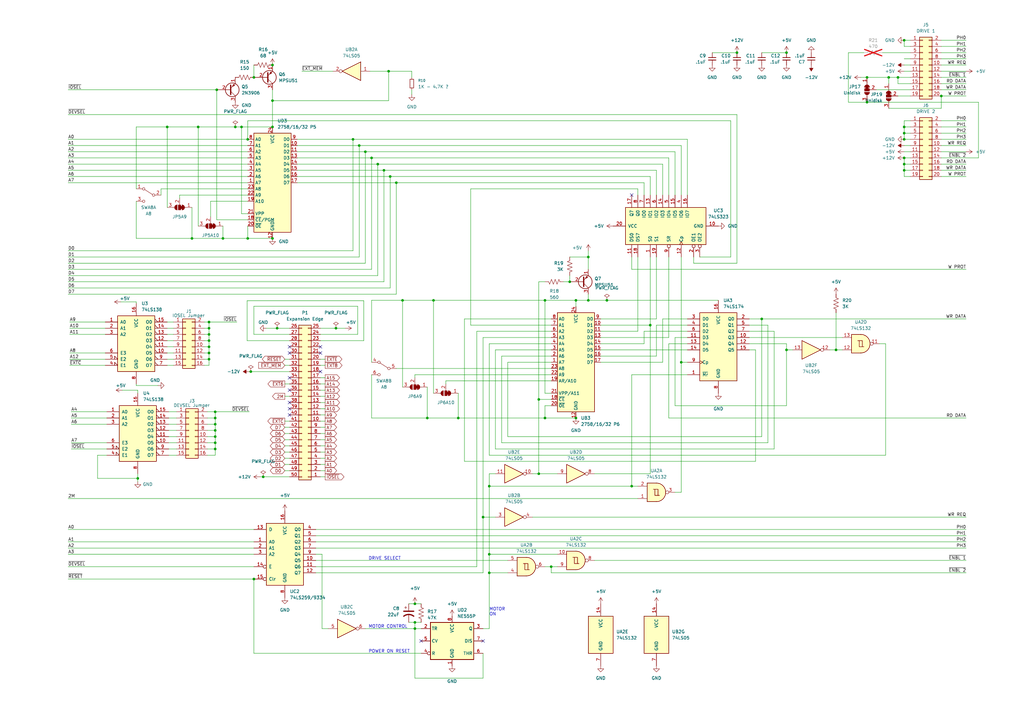
<source format=kicad_sch>
(kicad_sch
	(version 20250114)
	(generator "eeschema")
	(generator_version "9.0")
	(uuid "8d29f76a-632b-4d71-951f-82f85a7a70e9")
	(paper "A3")
	
	(text "DRIVE SELECT"
		(exclude_from_sim no)
		(at 151.13 229.87 0)
		(effects
			(font
				(size 1.27 1.27)
			)
			(justify left bottom)
		)
		(uuid "32096c80-1d98-4ed0-8b17-2c750151b76c")
	)
	(text "MOTOR CONTROL"
		(exclude_from_sim no)
		(at 151.13 257.81 0)
		(effects
			(font
				(size 1.27 1.27)
			)
			(justify left bottom)
		)
		(uuid "b6ef62f4-c465-4c3c-acae-af238f4f26b2")
	)
	(text "POWER ON RESET"
		(exclude_from_sim no)
		(at 151.13 267.97 0)
		(effects
			(font
				(size 1.27 1.27)
			)
			(justify left bottom)
		)
		(uuid "dc85ec82-107c-4516-8ee4-ef92570893f2")
	)
	(text "MOTOR\nON"
		(exclude_from_sim no)
		(at 200.66 252.73 0)
		(effects
			(font
				(size 1.27 1.27)
			)
			(justify left bottom)
		)
		(uuid "f1de4597-caac-4049-8722-f6b4249c5637")
	)
	(junction
		(at 266.7 133.35)
		(diameter 0)
		(color 0 0 0 0)
		(uuid "0a7b412f-70cb-4bdd-ac90-37c18fe81247")
	)
	(junction
		(at 113.665 134.62)
		(diameter 0)
		(color 0 0 0 0)
		(uuid "0d70563e-f092-45cc-a046-356b7b533eae")
	)
	(junction
		(at 175.26 171.45)
		(diameter 0)
		(color 0 0 0 0)
		(uuid "0fcd1b19-a0e9-41d2-b72f-544f1d650623")
	)
	(junction
		(at 85.725 144.78)
		(diameter 0)
		(color 0 0 0 0)
		(uuid "15605a0c-cf96-43bb-bf76-4c3d136378e6")
	)
	(junction
		(at 154.94 67.31)
		(diameter 0)
		(color 0 0 0 0)
		(uuid "174afd7a-5b30-4171-8533-4dc904539037")
	)
	(junction
		(at 85.725 142.24)
		(diameter 0)
		(color 0 0 0 0)
		(uuid "1d4718a5-778a-4c3f-af8e-520b4e244b5b")
	)
	(junction
		(at 88.265 184.15)
		(diameter 0)
		(color 0 0 0 0)
		(uuid "1e542cfd-ea36-43ee-93f7-7150fc86a6b4")
	)
	(junction
		(at 368.3 31.75)
		(diameter 0)
		(color 0 0 0 0)
		(uuid "1e8fbe2b-8679-4f6a-aaab-41b5049b065b")
	)
	(junction
		(at 386.08 39.37)
		(diameter 0)
		(color 0 0 0 0)
		(uuid "1ea8a149-4aba-4853-bb4c-0394837ed622")
	)
	(junction
		(at 200.66 227.33)
		(diameter 0)
		(color 0 0 0 0)
		(uuid "21deab9e-fe49-40f1-b271-ad9e3c1158a7")
	)
	(junction
		(at 152.4 64.77)
		(diameter 0)
		(color 0 0 0 0)
		(uuid "23c0d917-71d7-4438-8bd4-19f7224e11ae")
	)
	(junction
		(at 111.76 26.67)
		(diameter 0)
		(color 0 0 0 0)
		(uuid "24ae30da-6668-4462-9593-f855598d17c5")
	)
	(junction
		(at 159.385 29.21)
		(diameter 0)
		(color 0 0 0 0)
		(uuid "27b08bf3-8111-4a1b-96e8-87c4fc51cf03")
	)
	(junction
		(at 88.265 179.07)
		(diameter 0)
		(color 0 0 0 0)
		(uuid "2c34ae5a-d1be-4bcf-bebe-ffa670279c84")
	)
	(junction
		(at 241.3 105.41)
		(diameter 0)
		(color 0 0 0 0)
		(uuid "2fbcbfb6-89ff-44c4-b8ab-a14cc42ccb95")
	)
	(junction
		(at 177.8 123.19)
		(diameter 0)
		(color 0 0 0 0)
		(uuid "2fbe639f-423f-406d-b3a5-bf37d891e6a4")
	)
	(junction
		(at 88.265 168.91)
		(diameter 0)
		(color 0 0 0 0)
		(uuid "32efc713-6beb-4516-a51d-843417bc84fd")
	)
	(junction
		(at 88.265 176.53)
		(diameter 0)
		(color 0 0 0 0)
		(uuid "3cd3a86d-dd12-4db6-88c3-bb7512f569e8")
	)
	(junction
		(at 370.84 57.15)
		(diameter 0)
		(color 0 0 0 0)
		(uuid "40c57ef4-872a-4933-bfac-3fad98a7faeb")
	)
	(junction
		(at 248.92 123.19)
		(diameter 0)
		(color 0 0 0 0)
		(uuid "411117a2-cbb1-4f78-ac10-4506435da1cc")
	)
	(junction
		(at 101.6 57.15)
		(diameter 0)
		(color 0 0 0 0)
		(uuid "41490d00-bf2b-41c9-8570-893e3a050086")
	)
	(junction
		(at 56.515 196.215)
		(diameter 0)
		(color 0 0 0 0)
		(uuid "4474fbc5-95c0-46eb-be76-03f928b7ae21")
	)
	(junction
		(at 302.26 21.59)
		(diameter 0)
		(color 0 0 0 0)
		(uuid "463c12d8-e767-4dd8-97c0-cdb283823d10")
	)
	(junction
		(at 104.14 31.75)
		(diameter 0)
		(color 0 0 0 0)
		(uuid "4bc06c22-eb67-45fd-9da3-57a1307506be")
	)
	(junction
		(at 259.08 199.39)
		(diameter 0)
		(color 0 0 0 0)
		(uuid "4d1bf63f-0fa7-41aa-b85c-9f91e7e3a330")
	)
	(junction
		(at 96.52 52.07)
		(diameter 0)
		(color 0 0 0 0)
		(uuid "4ea56df4-f417-4848-8201-f6810e33b182")
	)
	(junction
		(at 322.58 21.59)
		(diameter 0)
		(color 0 0 0 0)
		(uuid "5050a3d7-cc2e-41dc-a3ff-0ef2e03614ae")
	)
	(junction
		(at 88.265 171.45)
		(diameter 0)
		(color 0 0 0 0)
		(uuid "528db227-f1ec-48a4-84f3-957e6a0e2945")
	)
	(junction
		(at 85.725 137.16)
		(diameter 0)
		(color 0 0 0 0)
		(uuid "567b4917-422e-4da3-896c-e3f1f7b69bc9")
	)
	(junction
		(at 160.02 72.39)
		(diameter 0)
		(color 0 0 0 0)
		(uuid "56dc71d9-a5e0-49e7-86b9-93d541d2b554")
	)
	(junction
		(at 370.84 16.51)
		(diameter 0)
		(color 0 0 0 0)
		(uuid "5d0ce87b-48fa-46aa-8a28-60ec56664695")
	)
	(junction
		(at 88.265 181.61)
		(diameter 0)
		(color 0 0 0 0)
		(uuid "5f72fc10-b556-4014-a2dc-4c1edea61bbb")
	)
	(junction
		(at 88.265 173.99)
		(diameter 0)
		(color 0 0 0 0)
		(uuid "6beb30db-72de-42e8-a0d7-1b562182385d")
	)
	(junction
		(at 220.98 194.31)
		(diameter 0)
		(color 0 0 0 0)
		(uuid "6c2f69b3-9b7c-434c-bb20-a6baea35c014")
	)
	(junction
		(at 162.56 74.93)
		(diameter 0)
		(color 0 0 0 0)
		(uuid "7000f708-bf17-46b1-bc30-a23ef27993a3")
	)
	(junction
		(at 102.87 152.4)
		(diameter 0)
		(color 0 0 0 0)
		(uuid "73168b4e-2496-40f1-8c4e-8403ce5a783a")
	)
	(junction
		(at 104.14 237.49)
		(diameter 0)
		(color 0 0 0 0)
		(uuid "73b75c6b-0481-4c40-949d-c5403ad081db")
	)
	(junction
		(at 223.52 171.45)
		(diameter 0)
		(color 0 0 0 0)
		(uuid "74ce27dd-9302-47bd-9530-c0089a1ffdd7")
	)
	(junction
		(at 223.52 123.19)
		(diameter 0)
		(color 0 0 0 0)
		(uuid "765d1403-fae0-4f23-849a-ea42aa11bdd6")
	)
	(junction
		(at 370.84 54.61)
		(diameter 0)
		(color 0 0 0 0)
		(uuid "786a55f6-f68a-4747-9143-eb9c21ad29f8")
	)
	(junction
		(at 241.3 123.19)
		(diameter 0)
		(color 0 0 0 0)
		(uuid "813bc9ac-6aff-4f98-8f32-f441000ea493")
	)
	(junction
		(at 85.725 132.08)
		(diameter 0)
		(color 0 0 0 0)
		(uuid "83915695-10b4-4375-96ca-404e57c38876")
	)
	(junction
		(at 279.4 148.59)
		(diameter 0)
		(color 0 0 0 0)
		(uuid "87a0eb59-2dce-441c-9dd8-c0e92ab69b80")
	)
	(junction
		(at 236.22 171.45)
		(diameter 0)
		(color 0 0 0 0)
		(uuid "87ab83de-161e-4d4e-95e6-304ff7d02787")
	)
	(junction
		(at 144.78 57.15)
		(diameter 0)
		(color 0 0 0 0)
		(uuid "899dd8f2-4df5-4660-ac1e-9eeed4411b7a")
	)
	(junction
		(at 81.28 52.07)
		(diameter 0)
		(color 0 0 0 0)
		(uuid "8a5fe1fe-5087-45aa-8e51-87a7292d2246")
	)
	(junction
		(at 198.12 212.09)
		(diameter 0)
		(color 0 0 0 0)
		(uuid "8e5d7652-5f57-4b05-a03e-7724a43fa613")
	)
	(junction
		(at 322.58 143.51)
		(diameter 0)
		(color 0 0 0 0)
		(uuid "9072744a-3983-4bde-8321-c7b4fbdcaee0")
	)
	(junction
		(at 147.32 59.69)
		(diameter 0)
		(color 0 0 0 0)
		(uuid "91bfc7ac-b24b-45dd-9100-0ca1856e36ad")
	)
	(junction
		(at 170.18 257.81)
		(diameter 0)
		(color 0 0 0 0)
		(uuid "94683f4a-bad4-4ca4-aec8-1e76d7911546")
	)
	(junction
		(at 233.68 115.57)
		(diameter 0)
		(color 0 0 0 0)
		(uuid "960f177e-a94f-4186-ae24-ce84e7b90ce2")
	)
	(junction
		(at 170.18 255.27)
		(diameter 0)
		(color 0 0 0 0)
		(uuid "9689360c-62f4-4ccd-928a-0354a8b12062")
	)
	(junction
		(at 170.18 247.65)
		(diameter 0)
		(color 0 0 0 0)
		(uuid "98f039f2-3a30-409f-8e2f-7f3bd469c43e")
	)
	(junction
		(at 370.84 52.07)
		(diameter 0)
		(color 0 0 0 0)
		(uuid "9a860088-5b1b-4997-b300-ff2cfa89e410")
	)
	(junction
		(at 111.76 97.79)
		(diameter 0)
		(color 0 0 0 0)
		(uuid "9ae384fc-fdf9-41f9-b645-1dc7373d25ad")
	)
	(junction
		(at 220.98 163.83)
		(diameter 0)
		(color 0 0 0 0)
		(uuid "a1539d1c-64c7-4e6f-8a9c-97c280e75a99")
	)
	(junction
		(at 91.44 97.79)
		(diameter 0)
		(color 0 0 0 0)
		(uuid "a496058c-11e8-4c49-9ba2-541d628ccc83")
	)
	(junction
		(at 85.725 134.62)
		(diameter 0)
		(color 0 0 0 0)
		(uuid "a83d4110-ac2d-4f84-be37-09b66f571eb9")
	)
	(junction
		(at 370.84 67.31)
		(diameter 0)
		(color 0 0 0 0)
		(uuid "a8b53387-bb5e-4160-878a-021b66310ef4")
	)
	(junction
		(at 111.76 41.275)
		(diameter 0)
		(color 0 0 0 0)
		(uuid "aa1ed054-f711-417c-8905-992984459449")
	)
	(junction
		(at 88.9 36.83)
		(diameter 0)
		(color 0 0 0 0)
		(uuid "aa8fb7e6-99cf-47d0-8987-dd0143778620")
	)
	(junction
		(at 85.725 147.32)
		(diameter 0)
		(color 0 0 0 0)
		(uuid "b1fa9f39-1a4a-4822-9751-a1f130395fdb")
	)
	(junction
		(at 99.06 52.07)
		(diameter 0)
		(color 0 0 0 0)
		(uuid "b2ff2def-14de-48ba-8110-eb4cb624b38c")
	)
	(junction
		(at 85.725 139.7)
		(diameter 0)
		(color 0 0 0 0)
		(uuid "b39130d2-2e46-4427-8a0f-d53c56f819d3")
	)
	(junction
		(at 200.66 199.39)
		(diameter 0)
		(color 0 0 0 0)
		(uuid "b3d6d337-68bb-4836-b7fe-89e885bcad7c")
	)
	(junction
		(at 107.95 195.58)
		(diameter 0)
		(color 0 0 0 0)
		(uuid "b43531cc-d855-47bf-9fda-9f8d05b34154")
	)
	(junction
		(at 101.6 97.79)
		(diameter 0)
		(color 0 0 0 0)
		(uuid "b49058d0-5538-4ff9-9615-3e72a31f14f9")
	)
	(junction
		(at 370.84 64.77)
		(diameter 0)
		(color 0 0 0 0)
		(uuid "b6c465a5-bb87-454a-97c7-05467e0dccf6")
	)
	(junction
		(at 149.86 62.23)
		(diameter 0)
		(color 0 0 0 0)
		(uuid "b8c0cac6-e41d-4ad9-8692-ae4f60578191")
	)
	(junction
		(at 200.66 234.95)
		(diameter 0)
		(color 0 0 0 0)
		(uuid "bf10109e-476a-4edb-af39-68c09c46d515")
	)
	(junction
		(at 187.96 171.45)
		(diameter 0)
		(color 0 0 0 0)
		(uuid "c08062d7-1b78-4587-b25a-178cfd6e8359")
	)
	(junction
		(at 78.74 97.79)
		(diameter 0)
		(color 0 0 0 0)
		(uuid "c5926a69-f06e-4f6d-86e5-e27244818dcb")
	)
	(junction
		(at 111.76 52.07)
		(diameter 0)
		(color 0 0 0 0)
		(uuid "d035aa51-7c9d-4be1-b086-3c9e1ecbf527")
	)
	(junction
		(at 157.48 69.85)
		(diameter 0)
		(color 0 0 0 0)
		(uuid "d571a6a5-f2b5-4390-ba89-7dacb45f3696")
	)
	(junction
		(at 165.1 123.19)
		(diameter 0)
		(color 0 0 0 0)
		(uuid "df6e76e0-121d-4bfb-882d-7e2eb0e220e9")
	)
	(junction
		(at 355.6 31.75)
		(diameter 0)
		(color 0 0 0 0)
		(uuid "e148e5c5-24ad-4f9f-95ae-ac7f40a64813")
	)
	(junction
		(at 342.9 143.51)
		(diameter 0)
		(color 0 0 0 0)
		(uuid "e2416487-9682-4e25-b69e-39b86bcb6212")
	)
	(junction
		(at 137.795 134.62)
		(diameter 0)
		(color 0 0 0 0)
		(uuid "e76ea7fc-527b-4625-91f4-3cce4c59b318")
	)
	(junction
		(at 236.22 123.19)
		(diameter 0)
		(color 0 0 0 0)
		(uuid "e7b57ddc-28e9-4fe3-beee-f7ac91049199")
	)
	(junction
		(at 370.84 69.85)
		(diameter 0)
		(color 0 0 0 0)
		(uuid "e842378a-2f4b-489f-9cb1-df531ab6638b")
	)
	(junction
		(at 312.42 130.81)
		(diameter 0)
		(color 0 0 0 0)
		(uuid "ec467555-1589-4c66-b85c-290dc8c684e7")
	)
	(junction
		(at 226.06 232.41)
		(diameter 0)
		(color 0 0 0 0)
		(uuid "f7d6edbc-0cf0-400c-bdd8-390463e62a6f")
	)
	(junction
		(at 364.49 31.75)
		(diameter 0)
		(color 0 0 0 0)
		(uuid "f866dbb5-de03-4d6d-a840-f4944249ed73")
	)
	(junction
		(at 68.58 52.07)
		(diameter 0)
		(color 0 0 0 0)
		(uuid "fab98af7-d721-4fde-9400-8cf4cb5e940a")
	)
	(junction
		(at 355.6 41.91)
		(diameter 0)
		(color 0 0 0 0)
		(uuid "fe2cb73c-c9d3-40ab-a3af-645fc2e660d9")
	)
	(no_connect
		(at 131.445 142.24)
		(uuid "09cb5ca2-f037-4767-bd4d-094c054413ca")
	)
	(no_connect
		(at 118.745 144.78)
		(uuid "0c808b20-1ba0-487f-bde6-631fcdf86992")
	)
	(no_connect
		(at 172.72 262.89)
		(uuid "24ce83df-adc7-49b1-8de5-59140a6a241c")
	)
	(no_connect
		(at 259.08 80.01)
		(uuid "3801ac87-4c62-4d90-bb89-bd02a827a7a2")
	)
	(no_connect
		(at 118.745 167.64)
		(uuid "3df9b39c-f7bd-4e28-98f6-f2a8b555dccf")
	)
	(no_connect
		(at 118.745 165.1)
		(uuid "5ea4b0f4-536a-4279-ac4c-04203f194641")
	)
	(no_connect
		(at 131.445 144.78)
		(uuid "74c89753-aa43-46ac-82d6-f1c8035f7dc9")
	)
	(no_connect
		(at 198.12 262.89)
		(uuid "76bde493-9706-455b-a7ea-a279cace855f")
	)
	(no_connect
		(at 118.745 160.02)
		(uuid "7f40a9b2-6015-430a-bf2e-e9397fb5675f")
	)
	(no_connect
		(at 118.745 142.24)
		(uuid "845f3c28-3ea3-4169-9f2b-9dd6d4e7a7f3")
	)
	(no_connect
		(at 131.445 152.4)
		(uuid "a65c5215-f32e-4281-a70d-d2e04994f325")
	)
	(no_connect
		(at 118.745 170.18)
		(uuid "cc97dbf1-a437-4548-ac8f-50dfd2b59e4a")
	)
	(no_connect
		(at 118.745 154.94)
		(uuid "dfa21c67-ce2b-471f-aa3e-6773bee1e862")
	)
	(wire
		(pts
			(xy 322.58 140.97) (xy 322.58 143.51)
		)
		(stroke
			(width 0)
			(type default)
		)
		(uuid "002fd2d7-be66-4a87-8e49-65dcdd3be486")
	)
	(wire
		(pts
			(xy 386.08 44.45) (xy 386.08 39.37)
		)
		(stroke
			(width 0)
			(type default)
		)
		(uuid "005520ab-aa54-434d-95d0-10b1cd21ee1c")
	)
	(wire
		(pts
			(xy 85.725 132.08) (xy 85.725 134.62)
		)
		(stroke
			(width 0)
			(type default)
		)
		(uuid "00a94d22-003f-40ec-845f-c4453633bc53")
	)
	(wire
		(pts
			(xy 56.515 194.31) (xy 56.515 196.215)
		)
		(stroke
			(width 0)
			(type default)
		)
		(uuid "010d2632-ed4a-42a1-88c1-728d0e602dd6")
	)
	(wire
		(pts
			(xy 193.04 77.47) (xy 193.04 133.35)
		)
		(stroke
			(width 0)
			(type default)
		)
		(uuid "01cfb3cc-45cf-4443-824a-1ca7d2dfc72d")
	)
	(wire
		(pts
			(xy 170.18 257.81) (xy 172.72 257.81)
		)
		(stroke
			(width 0)
			(type default)
		)
		(uuid "02da0d16-3d12-46a4-9bc8-dac4689f99fc")
	)
	(wire
		(pts
			(xy 28.575 134.62) (xy 43.18 134.62)
		)
		(stroke
			(width 0)
			(type default)
		)
		(uuid "0372d352-2b15-4522-a99d-9b308d4b21f3")
	)
	(wire
		(pts
			(xy 236.22 123.19) (xy 236.22 125.73)
		)
		(stroke
			(width 0)
			(type default)
		)
		(uuid "03d3d3d3-e776-4c5d-a5f8-483f41545fa0")
	)
	(wire
		(pts
			(xy 276.86 62.23) (xy 276.86 80.01)
		)
		(stroke
			(width 0)
			(type default)
		)
		(uuid "040f556c-b731-474e-ba57-fe04d7580ff1")
	)
	(wire
		(pts
			(xy 203.2 184.15) (xy 317.5 184.15)
		)
		(stroke
			(width 0)
			(type default)
		)
		(uuid "0553e7ea-1d50-48ac-ac36-3cd63cd9aeea")
	)
	(wire
		(pts
			(xy 370.84 54.61) (xy 370.84 57.15)
		)
		(stroke
			(width 0)
			(type default)
		)
		(uuid "05fc52a7-2bcc-4649-8376-4c214b84bb97")
	)
	(wire
		(pts
			(xy 205.74 146.05) (xy 226.06 146.05)
		)
		(stroke
			(width 0)
			(type default)
		)
		(uuid "066d9bf1-cbb7-4a76-8a70-c98dcfc4f1de")
	)
	(wire
		(pts
			(xy 83.82 137.16) (xy 85.725 137.16)
		)
		(stroke
			(width 0)
			(type default)
		)
		(uuid "069b6b70-2781-406e-a655-e9752625b982")
	)
	(wire
		(pts
			(xy 78.74 85.09) (xy 78.74 97.79)
		)
		(stroke
			(width 0)
			(type default)
		)
		(uuid "0726f8eb-5360-4702-a303-81a63af9ea45")
	)
	(wire
		(pts
			(xy 104.14 125.603) (xy 104.14 137.16)
		)
		(stroke
			(width 0)
			(type default)
		)
		(uuid "07f2b615-5605-464c-80d8-11014832cdd0")
	)
	(wire
		(pts
			(xy 159.385 41.275) (xy 159.385 29.21)
		)
		(stroke
			(width 0)
			(type default)
		)
		(uuid "07f86f79-4086-4875-8ceb-b9ee61abd8d7")
	)
	(wire
		(pts
			(xy 129.54 229.87) (xy 208.28 229.87)
		)
		(stroke
			(width 0)
			(type default)
		)
		(uuid "07f89384-a348-4bbf-a28a-b33c80b0b3ed")
	)
	(wire
		(pts
			(xy 386.08 69.85) (xy 396.24 69.85)
		)
		(stroke
			(width 0)
			(type default)
		)
		(uuid "08362519-b1e4-4590-b4b6-c24b3a2cf7bb")
	)
	(wire
		(pts
			(xy 190.5 189.23) (xy 309.88 189.23)
		)
		(stroke
			(width 0)
			(type default)
		)
		(uuid "0a546a50-d10e-4e34-9f3b-20da1ac81caa")
	)
	(wire
		(pts
			(xy 226.06 234.95) (xy 396.24 234.95)
		)
		(stroke
			(width 0)
			(type default)
		)
		(uuid "0ae6ec9f-c2d0-41a1-90f4-0b58ed9f7c02")
	)
	(wire
		(pts
			(xy 121.92 67.31) (xy 154.94 67.31)
		)
		(stroke
			(width 0)
			(type default)
		)
		(uuid "0b9926af-65cd-4ea2-9312-fe7c9913ce8e")
	)
	(wire
		(pts
			(xy 83.82 139.7) (xy 85.725 139.7)
		)
		(stroke
			(width 0)
			(type default)
		)
		(uuid "0be18984-773f-49ef-a1ef-0ae3e40ae114")
	)
	(wire
		(pts
			(xy 246.38 133.35) (xy 266.7 133.35)
		)
		(stroke
			(width 0)
			(type default)
		)
		(uuid "0c7cadb5-6da1-4221-83d0-f0170aff118f")
	)
	(wire
		(pts
			(xy 131.445 185.42) (xy 133.35 185.42)
		)
		(stroke
			(width 0)
			(type default)
		)
		(uuid "0cd9d382-dd16-4687-ae20-27db55c4969f")
	)
	(wire
		(pts
			(xy 322.58 21.59) (xy 312.42 21.59)
		)
		(stroke
			(width 0)
			(type default)
		)
		(uuid "0eb99482-694f-4ff1-89fa-58ae1322d661")
	)
	(wire
		(pts
			(xy 29.21 173.99) (xy 43.815 173.99)
		)
		(stroke
			(width 0)
			(type default)
		)
		(uuid "0eeabcd7-348c-496c-bf89-9efee8011e76")
	)
	(wire
		(pts
			(xy 220.98 115.57) (xy 220.98 163.83)
		)
		(stroke
			(width 0)
			(type default)
		)
		(uuid "0fe8bb65-946b-4e9d-a4b7-45277f4d9e4f")
	)
	(wire
		(pts
			(xy 131.445 157.48) (xy 133.35 157.48)
		)
		(stroke
			(width 0)
			(type default)
		)
		(uuid "11530c3b-e92a-4222-8587-26beff227523")
	)
	(wire
		(pts
			(xy 85.725 144.78) (xy 85.725 147.32)
		)
		(stroke
			(width 0)
			(type default)
		)
		(uuid "11dd4137-c665-4866-85ed-f9fe8e15cd9c")
	)
	(wire
		(pts
			(xy 55.88 52.07) (xy 68.58 52.07)
		)
		(stroke
			(width 0)
			(type default)
		)
		(uuid "1237dfd1-bd08-4ab5-ae9d-8ce0490ec069")
	)
	(wire
		(pts
			(xy 146.685 125.603) (xy 104.14 125.603)
		)
		(stroke
			(width 0)
			(type default)
		)
		(uuid "12ae0546-56ce-4946-ae78-a3f728f0fec8")
	)
	(wire
		(pts
			(xy 81.28 52.07) (xy 96.52 52.07)
		)
		(stroke
			(width 0)
			(type default)
		)
		(uuid "13e67ec9-9ad5-4644-8c49-7b6377d1930e")
	)
	(wire
		(pts
			(xy 226.06 161.29) (xy 223.52 161.29)
		)
		(stroke
			(width 0)
			(type default)
		)
		(uuid "149baa04-afbc-442d-a24d-04fa0302b60f")
	)
	(wire
		(pts
			(xy 129.54 219.71) (xy 396.24 219.71)
		)
		(stroke
			(width 0)
			(type default)
		)
		(uuid "1509c567-c73b-47f2-8d0f-5f03d2c921cd")
	)
	(wire
		(pts
			(xy 101.346 139.7) (xy 118.745 139.7)
		)
		(stroke
			(width 0)
			(type default)
		)
		(uuid "151c7a5c-1632-4466-9a42-660310eb7d64")
	)
	(wire
		(pts
			(xy 68.58 85.09) (xy 68.58 52.07)
		)
		(stroke
			(width 0)
			(type default)
		)
		(uuid "152c7cc4-1ea8-41f6-b803-4d649a9ccdbb")
	)
	(wire
		(pts
			(xy 116.84 162.56) (xy 118.745 162.56)
		)
		(stroke
			(width 0)
			(type default)
		)
		(uuid "15b9b2c6-c334-4e36-8e4f-94f73fcd7630")
	)
	(wire
		(pts
			(xy 131.445 149.86) (xy 133.35 149.86)
		)
		(stroke
			(width 0)
			(type default)
		)
		(uuid "16401bde-830b-4199-83e6-9779a594a4d2")
	)
	(wire
		(pts
			(xy 116.84 187.96) (xy 118.745 187.96)
		)
		(stroke
			(width 0)
			(type default)
		)
		(uuid "17982d4b-6e11-43bc-b285-ce88a4c766c4")
	)
	(wire
		(pts
			(xy 223.52 171.45) (xy 223.52 166.37)
		)
		(stroke
			(width 0)
			(type default)
		)
		(uuid "17a59436-bf7f-49eb-83e7-c1eeb88a8e1e")
	)
	(wire
		(pts
			(xy 149.86 62.23) (xy 149.86 107.95)
		)
		(stroke
			(width 0)
			(type default)
		)
		(uuid "188d085c-7dae-4530-bce0-1bd1ae787617")
	)
	(wire
		(pts
			(xy 27.94 105.41) (xy 147.32 105.41)
		)
		(stroke
			(width 0)
			(type default)
		)
		(uuid "18bb29e6-bd56-4695-9c90-9d4b55326793")
	)
	(wire
		(pts
			(xy 162.56 74.93) (xy 162.56 120.65)
		)
		(stroke
			(width 0)
			(type default)
		)
		(uuid "19500551-9ab5-4760-9805-a118fda9c985")
	)
	(wire
		(pts
			(xy 55.88 97.79) (xy 78.74 97.79)
		)
		(stroke
			(width 0)
			(type default)
		)
		(uuid "19f3d89d-c064-4c43-aaaf-b3dc5601ceec")
	)
	(wire
		(pts
			(xy 137.795 134.62) (xy 141.605 134.62)
		)
		(stroke
			(width 0)
			(type default)
		)
		(uuid "1aba3dc2-049b-4e21-8ae3-c106f809e894")
	)
	(wire
		(pts
			(xy 299.72 105.41) (xy 287.02 105.41)
		)
		(stroke
			(width 0)
			(type default)
		)
		(uuid "1b90a748-4469-4403-b368-76126115304b")
	)
	(wire
		(pts
			(xy 131.445 182.88) (xy 133.35 182.88)
		)
		(stroke
			(width 0)
			(type default)
		)
		(uuid "1bdb2ec4-0b54-486d-ab8a-3a3cf73fc46f")
	)
	(wire
		(pts
			(xy 386.08 67.31) (xy 396.24 67.31)
		)
		(stroke
			(width 0)
			(type default)
		)
		(uuid "1be80b5c-5e71-4a4a-961c-b34579570a79")
	)
	(wire
		(pts
			(xy 129.54 224.79) (xy 396.24 224.79)
		)
		(stroke
			(width 0)
			(type default)
		)
		(uuid "1cab1c13-e5e2-44d6-8611-199df41cc51a")
	)
	(wire
		(pts
			(xy 386.08 57.15) (xy 396.24 57.15)
		)
		(stroke
			(width 0)
			(type default)
		)
		(uuid "1d496e3c-d9a8-486f-a410-c99bf08bd807")
	)
	(wire
		(pts
			(xy 182.88 156.21) (xy 226.06 156.21)
		)
		(stroke
			(width 0)
			(type default)
		)
		(uuid "1d645bd8-e4d0-4196-b656-0a2f2aeb2164")
	)
	(wire
		(pts
			(xy 364.49 31.75) (xy 368.3 31.75)
		)
		(stroke
			(width 0)
			(type default)
		)
		(uuid "1dda161e-260d-4726-85f3-e91e571d654a")
	)
	(wire
		(pts
			(xy 198.12 138.43) (xy 198.12 212.09)
		)
		(stroke
			(width 0)
			(type default)
		)
		(uuid "1e9b3331-6e4c-425f-bd5b-40abfe37006d")
	)
	(wire
		(pts
			(xy 160.02 72.39) (xy 160.02 118.11)
		)
		(stroke
			(width 0)
			(type default)
		)
		(uuid "1eb92119-727b-45ae-afe1-c32360d66c60")
	)
	(wire
		(pts
			(xy 236.22 123.19) (xy 241.3 123.19)
		)
		(stroke
			(width 0)
			(type default)
		)
		(uuid "1f822886-b150-4786-b463-4be39e03903a")
	)
	(wire
		(pts
			(xy 386.08 64.77) (xy 401.32 64.77)
		)
		(stroke
			(width 0)
			(type default)
		)
		(uuid "1fe2f8af-ca13-49d2-b540-1d676020e7bd")
	)
	(wire
		(pts
			(xy 149.225 139.7) (xy 149.225 123.317)
		)
		(stroke
			(width 0)
			(type default)
		)
		(uuid "203d27a7-ebba-4d12-badd-bc5fc73a868a")
	)
	(wire
		(pts
			(xy 302.26 21.59) (xy 292.1 21.59)
		)
		(stroke
			(width 0)
			(type default)
		)
		(uuid "20b6a1e8-b9fb-42eb-aebb-c1936f2291ce")
	)
	(wire
		(pts
			(xy 149.86 62.23) (xy 276.86 62.23)
		)
		(stroke
			(width 0)
			(type default)
		)
		(uuid "2250949e-beb8-4666-a675-75ff2d47e341")
	)
	(wire
		(pts
			(xy 68.58 142.24) (xy 71.12 142.24)
		)
		(stroke
			(width 0)
			(type default)
		)
		(uuid "226991fb-ca2b-48ff-8520-0a29fe7d9306")
	)
	(wire
		(pts
			(xy 353.06 31.75) (xy 355.6 31.75)
		)
		(stroke
			(width 0)
			(type default)
		)
		(uuid "22875feb-91b0-472b-8b00-e74ac9893d1e")
	)
	(wire
		(pts
			(xy 269.24 69.85) (xy 269.24 80.01)
		)
		(stroke
			(width 0)
			(type default)
		)
		(uuid "2375a23b-508c-4bd3-8e4f-5aebe6b07800")
	)
	(wire
		(pts
			(xy 274.32 105.41) (xy 274.32 138.43)
		)
		(stroke
			(width 0)
			(type default)
		)
		(uuid "23cc4ae3-9b03-40bb-82e0-23fc4d40ea5f")
	)
	(wire
		(pts
			(xy 29.21 168.91) (xy 43.815 168.91)
		)
		(stroke
			(width 0)
			(type default)
		)
		(uuid "23d03d7f-3fa3-4262-94ef-c7d67723f473")
	)
	(wire
		(pts
			(xy 55.88 77.47) (xy 55.88 52.07)
		)
		(stroke
			(width 0)
			(type default)
		)
		(uuid "24408e9b-433e-4c7c-90f0-c520b2055b82")
	)
	(wire
		(pts
			(xy 86.36 82.55) (xy 101.6 82.55)
		)
		(stroke
			(width 0)
			(type default)
		)
		(uuid "24a97ba2-f987-4316-b0d6-814b5c63c655")
	)
	(wire
		(pts
			(xy 363.22 186.69) (xy 363.22 140.97)
		)
		(stroke
			(width 0)
			(type default)
		)
		(uuid "24bfe3c6-60e2-4a78-bb62-924392218143")
	)
	(wire
		(pts
			(xy 131.445 175.26) (xy 133.35 175.26)
		)
		(stroke
			(width 0)
			(type default)
		)
		(uuid "25d35aca-2b44-482d-a9c6-cd18913cbaf2")
	)
	(wire
		(pts
			(xy 317.5 184.15) (xy 317.5 135.89)
		)
		(stroke
			(width 0)
			(type default)
		)
		(uuid "26bfe3d7-2568-4e2f-8999-9e95f79e347d")
	)
	(wire
		(pts
			(xy 85.09 168.91) (xy 88.265 168.91)
		)
		(stroke
			(width 0)
			(type default)
		)
		(uuid "27b53377-6b90-493b-b895-b0fcefdc409c")
	)
	(wire
		(pts
			(xy 55.88 158.115) (xy 55.88 157.48)
		)
		(stroke
			(width 0)
			(type default)
		)
		(uuid "285627d0-acc1-4cd2-89a3-1af34c724ae4")
	)
	(wire
		(pts
			(xy 226.06 140.97) (xy 200.66 140.97)
		)
		(stroke
			(width 0)
			(type default)
		)
		(uuid "2955a851-e884-4a7a-9a3c-fd1a5dc84502")
	)
	(wire
		(pts
			(xy 27.94 204.47) (xy 261.62 204.47)
		)
		(stroke
			(width 0)
			(type default)
		)
		(uuid "29c06ac6-9c42-4ff5-bb25-48d0c8388580")
	)
	(wire
		(pts
			(xy 170.18 278.13) (xy 170.18 257.81)
		)
		(stroke
			(width 0)
			(type default)
		)
		(uuid "2a298268-8c25-4a45-ac9c-e4dea7c4f57f")
	)
	(wire
		(pts
			(xy 101.6 49.53) (xy 101.6 57.15)
		)
		(stroke
			(width 0)
			(type default)
		)
		(uuid "2a2a7cf9-e7e9-47ed-92d0-ed0421f9cb4d")
	)
	(wire
		(pts
			(xy 131.445 170.18) (xy 133.35 170.18)
		)
		(stroke
			(width 0)
			(type default)
		)
		(uuid "2ab04268-d2c1-443d-9da8-f95d2b922db2")
	)
	(wire
		(pts
			(xy 342.9 143.51) (xy 342.9 128.27)
		)
		(stroke
			(width 0)
			(type default)
		)
		(uuid "2ba5ec4f-a8db-4682-b3f7-54096fceba9a")
	)
	(wire
		(pts
			(xy 243.84 194.31) (xy 266.7 194.31)
		)
		(stroke
			(width 0)
			(type default)
		)
		(uuid "2c16da2e-69d4-4190-802f-fbd3cd59c96a")
	)
	(wire
		(pts
			(xy 129.54 234.95) (xy 198.12 234.95)
		)
		(stroke
			(width 0)
			(type default)
		)
		(uuid "2c8f55da-067b-4d3b-820e-5c0a11e5c7ab")
	)
	(wire
		(pts
			(xy 266.7 72.39) (xy 266.7 80.01)
		)
		(stroke
			(width 0)
			(type default)
		)
		(uuid "2c9b0c63-46b3-42f9-8c9e-6a34c099e00c")
	)
	(wire
		(pts
			(xy 27.94 102.87) (xy 144.78 102.87)
		)
		(stroke
			(width 0)
			(type default)
		)
		(uuid "2cbe804e-fa9f-40b7-8273-4e50a6d4c6f4")
	)
	(wire
		(pts
			(xy 27.94 107.95) (xy 149.86 107.95)
		)
		(stroke
			(width 0)
			(type default)
		)
		(uuid "2cc0634a-2688-4834-ae28-e2595dafd825")
	)
	(wire
		(pts
			(xy 200.66 227.33) (xy 200.66 234.95)
		)
		(stroke
			(width 0)
			(type default)
		)
		(uuid "2cc630b5-2500-4fa2-886f-ccf6a7ba2fa0")
	)
	(wire
		(pts
			(xy 259.08 153.67) (xy 281.94 153.67)
		)
		(stroke
			(width 0)
			(type default)
		)
		(uuid "2d486cf5-9a66-448a-ba10-6b0c54ed43a4")
	)
	(wire
		(pts
			(xy 83.82 149.86) (xy 85.725 149.86)
		)
		(stroke
			(width 0)
			(type default)
		)
		(uuid "2e1afdfd-04a4-4a81-86fa-5d91ad3a5d78")
	)
	(wire
		(pts
			(xy 116.84 177.8) (xy 118.745 177.8)
		)
		(stroke
			(width 0)
			(type default)
		)
		(uuid "2f250031-cd09-4dcd-a85f-5ef9ad5a6c05")
	)
	(wire
		(pts
			(xy 386.08 21.59) (xy 396.24 21.59)
		)
		(stroke
			(width 0)
			(type default)
		)
		(uuid "2f6019e0-a517-4718-a181-073367eb84ab")
	)
	(wire
		(pts
			(xy 175.26 158.75) (xy 175.26 171.45)
		)
		(stroke
			(width 0)
			(type default)
		)
		(uuid "2f955026-dcda-40cb-b6e8-e3ef917240f7")
	)
	(wire
		(pts
			(xy 68.58 52.07) (xy 81.28 52.07)
		)
		(stroke
			(width 0)
			(type default)
		)
		(uuid "2febd497-6e9a-4df5-a2c0-e3e8f3258b4f")
	)
	(wire
		(pts
			(xy 27.94 120.65) (xy 162.56 120.65)
		)
		(stroke
			(width 0)
			(type default)
		)
		(uuid "30d6aadb-d508-4cae-a200-774e606bbfa1")
	)
	(wire
		(pts
			(xy 233.68 115.57) (xy 231.14 115.57)
		)
		(stroke
			(width 0)
			(type default)
		)
		(uuid "31b5ebc2-359a-436c-b28f-d05f12289e57")
	)
	(wire
		(pts
			(xy 261.62 105.41) (xy 261.62 135.89)
		)
		(stroke
			(width 0)
			(type default)
		)
		(uuid "31d27f1b-b8bd-4e3f-b671-71b0b22ff6ff")
	)
	(wire
		(pts
			(xy 28.575 132.08) (xy 43.18 132.08)
		)
		(stroke
			(width 0)
			(type default)
		)
		(uuid "32ebe881-783b-4267-a979-85a0df767077")
	)
	(wire
		(pts
			(xy 220.98 163.83) (xy 220.98 194.31)
		)
		(stroke
			(width 0)
			(type default)
		)
		(uuid "340ec47e-6529-496d-b02b-6dc65aedf448")
	)
	(wire
		(pts
			(xy 200.66 186.69) (xy 363.22 186.69)
		)
		(stroke
			(width 0)
			(type default)
		)
		(uuid "34df1aa3-641f-4d1c-aae0-195b7c53ff43")
	)
	(wire
		(pts
			(xy 307.34 135.89) (xy 317.5 135.89)
		)
		(stroke
			(width 0)
			(type default)
		)
		(uuid "353ea4d8-3abc-48c0-990c-e9d2b9121467")
	)
	(wire
		(pts
			(xy 281.94 57.15) (xy 281.94 80.01)
		)
		(stroke
			(width 0)
			(type default)
		)
		(uuid "355d96a7-b863-431a-a668-481b97175e85")
	)
	(wire
		(pts
			(xy 131.445 187.96) (xy 133.35 187.96)
		)
		(stroke
			(width 0)
			(type default)
		)
		(uuid "35ee101e-87d7-4b57-ab93-1eb6551f657b")
	)
	(wire
		(pts
			(xy 131.445 195.58) (xy 133.35 195.58)
		)
		(stroke
			(width 0)
			(type default)
		)
		(uuid "36320a72-48da-4e36-8f3e-297e7299917f")
	)
	(wire
		(pts
			(xy 27.94 217.17) (xy 104.14 217.17)
		)
		(stroke
			(width 0)
			(type default)
		)
		(uuid "369901b2-1923-434e-a616-68211a0c0ce3")
	)
	(wire
		(pts
			(xy 49.53 123.825) (xy 55.88 123.825)
		)
		(stroke
			(width 0)
			(type default)
		)
		(uuid "3ab9f7fa-bb85-4bd9-a0b9-1a628caa4860")
	)
	(wire
		(pts
			(xy 167.64 247.65) (xy 170.18 247.65)
		)
		(stroke
			(width 0)
			(type default)
		)
		(uuid "3d57f0a0-b1c2-4787-ae65-480f4bd3f77f")
	)
	(wire
		(pts
			(xy 370.84 49.53) (xy 370.84 52.07)
		)
		(stroke
			(width 0)
			(type default)
		)
		(uuid "3d95c92d-78c7-41b6-8e43-8b3d8ab38152")
	)
	(wire
		(pts
			(xy 386.08 31.75) (xy 396.24 31.75)
		)
		(stroke
			(width 0)
			(type default)
		)
		(uuid "3ec79136-0629-45f8-b356-c72f40a2e69d")
	)
	(wire
		(pts
			(xy 218.44 194.31) (xy 220.98 194.31)
		)
		(stroke
			(width 0)
			(type default)
		)
		(uuid "3ef97970-f9aa-4dc6-890a-33e0c998d573")
	)
	(wire
		(pts
			(xy 243.84 229.87) (xy 396.24 229.87)
		)
		(stroke
			(width 0)
			(type default)
		)
		(uuid "3f141edf-b1b7-4c25-823b-bfa03f422569")
	)
	(wire
		(pts
			(xy 259.08 199.39) (xy 261.62 199.39)
		)
		(stroke
			(width 0)
			(type default)
		)
		(uuid "3fa16c28-6be2-4e36-9bc7-2cd17d08b4ad")
	)
	(wire
		(pts
			(xy 386.08 24.13) (xy 396.24 24.13)
		)
		(stroke
			(width 0)
			(type default)
		)
		(uuid "3feed079-8bc6-4d67-ab7d-8e4a65739e53")
	)
	(wire
		(pts
			(xy 43.815 186.69) (xy 40.005 186.69)
		)
		(stroke
			(width 0)
			(type default)
		)
		(uuid "3fff86d1-0215-40f2-b4f5-1d9d13e46f2d")
	)
	(wire
		(pts
			(xy 27.94 69.85) (xy 101.6 69.85)
		)
		(stroke
			(width 0)
			(type default)
		)
		(uuid "4019359a-3bb6-4c73-be9d-69368d44296d")
	)
	(wire
		(pts
			(xy 363.22 140.97) (xy 360.68 140.97)
		)
		(stroke
			(width 0)
			(type default)
		)
		(uuid "4073090a-4063-48ca-bfd0-7b0959a55051")
	)
	(wire
		(pts
			(xy 261.62 77.47) (xy 261.62 80.01)
		)
		(stroke
			(width 0)
			(type default)
		)
		(uuid "40a91ace-baf0-4028-b422-59ec3ca66b70")
	)
	(wire
		(pts
			(xy 223.52 123.19) (xy 236.22 123.19)
		)
		(stroke
			(width 0)
			(type default)
		)
		(uuid "40b37fdc-49cf-470d-801c-1a777e9b0e0e")
	)
	(wire
		(pts
			(xy 370.84 29.21) (xy 373.38 29.21)
		)
		(stroke
			(width 0)
			(type default)
		)
		(uuid "41060587-c2d8-4e8f-a01c-928ff4b0ca66")
	)
	(wire
		(pts
			(xy 157.48 69.85) (xy 157.48 115.57)
		)
		(stroke
			(width 0)
			(type default)
		)
		(uuid "42282eba-76d3-4680-9acd-29a7910d6f92")
	)
	(wire
		(pts
			(xy 85.09 184.15) (xy 88.265 184.15)
		)
		(stroke
			(width 0)
			(type default)
		)
		(uuid "43c33852-1f67-4bb5-9440-75bf4abec522")
	)
	(wire
		(pts
			(xy 226.06 135.89) (xy 195.58 135.89)
		)
		(stroke
			(width 0)
			(type default)
		)
		(uuid "465934ab-66ff-47fc-819e-58114d99ea9d")
	)
	(wire
		(pts
			(xy 28.575 137.16) (xy 43.18 137.16)
		)
		(stroke
			(width 0)
			(type default)
		)
		(uuid "490d48b1-f053-4697-8c4f-7354f1c4942b")
	)
	(wire
		(pts
			(xy 200.66 227.33) (xy 228.6 227.33)
		)
		(stroke
			(width 0)
			(type default)
		)
		(uuid "49bb305e-3022-453e-9d2d-8ba74eb866d4")
	)
	(wire
		(pts
			(xy 121.92 72.39) (xy 160.02 72.39)
		)
		(stroke
			(width 0)
			(type default)
		)
		(uuid "4a7a3df5-faa0-4584-a24d-1e962d801590")
	)
	(wire
		(pts
			(xy 246.38 138.43) (xy 274.32 138.43)
		)
		(stroke
			(width 0)
			(type default)
		)
		(uuid "4b585418-42cb-4130-9dc1-e19780fdbeff")
	)
	(wire
		(pts
			(xy 40.005 196.215) (xy 56.515 196.215)
		)
		(stroke
			(width 0)
			(type default)
		)
		(uuid "4b72144a-2762-4bc0-934e-9ff21d760d4b")
	)
	(wire
		(pts
			(xy 27.94 110.49) (xy 152.4 110.49)
		)
		(stroke
			(width 0)
			(type default)
		)
		(uuid "4c9736e0-4d2a-48e6-a968-290a0d85c195")
	)
	(wire
		(pts
			(xy 69.215 181.61) (xy 72.39 181.61)
		)
		(stroke
			(width 0)
			(type default)
		)
		(uuid "4d65ab1b-aa46-4fa7-8dbc-568fab631322")
	)
	(wire
		(pts
			(xy 50.165 160.02) (xy 56.515 160.02)
		)
		(stroke
			(width 0)
			(type default)
		)
		(uuid "4df0addc-455f-4f25-a987-a8f3268a0193")
	)
	(wire
		(pts
			(xy 361.95 21.59) (xy 373.38 21.59)
		)
		(stroke
			(width 0)
			(type default)
		)
		(uuid "4e3aa3e8-0244-470c-bc9b-3303860903a9")
	)
	(wire
		(pts
			(xy 370.84 57.15) (xy 373.38 57.15)
		)
		(stroke
			(width 0)
			(type default)
		)
		(uuid "4e3b2be0-5f48-44a9-8d85-58e214a78b0e")
	)
	(wire
		(pts
			(xy 144.78 57.15) (xy 144.78 102.87)
		)
		(stroke
			(width 0)
			(type default)
		)
		(uuid "4ebd9146-8c37-4161-8f9d-34a263571f42")
	)
	(wire
		(pts
			(xy 226.06 130.81) (xy 190.5 130.81)
		)
		(stroke
			(width 0)
			(type default)
		)
		(uuid "4f138318-f58a-4cde-9948-128e8dd4b666")
	)
	(wire
		(pts
			(xy 274.32 140.97) (xy 281.94 140.97)
		)
		(stroke
			(width 0)
			(type default)
		)
		(uuid "4f19f767-46f5-4d76-b736-68466d9c93a0")
	)
	(wire
		(pts
			(xy 116.84 172.72) (xy 118.745 172.72)
		)
		(stroke
			(width 0)
			(type default)
		)
		(uuid "4faa7985-0186-4e99-b44b-c38c9bbb3ee9")
	)
	(wire
		(pts
			(xy 111.76 41.275) (xy 111.76 52.07)
		)
		(stroke
			(width 0)
			(type default)
		)
		(uuid "5002dc41-5ba7-4a17-8ea3-dc67333ed9cb")
	)
	(wire
		(pts
			(xy 85.09 173.99) (xy 88.265 173.99)
		)
		(stroke
			(width 0)
			(type default)
		)
		(uuid "503ed22f-e666-4adf-a7f5-9aec028d4ff9")
	)
	(wire
		(pts
			(xy 116.84 180.34) (xy 118.745 180.34)
		)
		(stroke
			(width 0)
			(type default)
		)
		(uuid "50614a38-6480-4f87-98cc-9f11de71a2bd")
	)
	(wire
		(pts
			(xy 340.36 143.51) (xy 342.9 143.51)
		)
		(stroke
			(width 0)
			(type default)
		)
		(uuid "50e1d9c1-0b2c-43f6-be44-fc8565473599")
	)
	(wire
		(pts
			(xy 198.12 212.09) (xy 198.12 234.95)
		)
		(stroke
			(width 0)
			(type default)
		)
		(uuid "50e1f7d1-0fd4-4c45-b068-56d850b41a9e")
	)
	(wire
		(pts
			(xy 200.66 199.39) (xy 200.66 194.31)
		)
		(stroke
			(width 0)
			(type default)
		)
		(uuid "512e8485-4cef-4269-bb7d-4a192cf0d938")
	)
	(wire
		(pts
			(xy 170.18 153.67) (xy 170.18 154.94)
		)
		(stroke
			(width 0)
			(type default)
		)
		(uuid "51410709-1c46-49d8-8e45-57989ad2f644")
	)
	(wire
		(pts
			(xy 96.52 52.07) (xy 99.06 52.07)
		)
		(stroke
			(width 0)
			(type default)
		)
		(uuid "51e591b3-7b6a-439b-84a1-312e762b0b95")
	)
	(wire
		(pts
			(xy 56.515 160.02) (xy 56.515 161.29)
		)
		(stroke
			(width 0)
			(type default)
		)
		(uuid "52a80e8c-362d-4971-8190-c9279682555a")
	)
	(wire
		(pts
			(xy 309.88 189.23) (xy 309.88 143.51)
		)
		(stroke
			(width 0)
			(type default)
		)
		(uuid "52c4c782-599c-47c8-8692-355a1340da56")
	)
	(wire
		(pts
			(xy 123.825 29.21) (xy 136.525 29.21)
		)
		(stroke
			(width 0)
			(type default)
		)
		(uuid "531236f9-7668-4b77-9f03-d5c4d0bfea5c")
	)
	(wire
		(pts
			(xy 27.94 227.33) (xy 104.14 227.33)
		)
		(stroke
			(width 0)
			(type default)
		)
		(uuid "53d1f588-c076-4cf6-a0aa-99ccd45081d7")
	)
	(wire
		(pts
			(xy 246.38 146.05) (xy 269.24 146.05)
		)
		(stroke
			(width 0)
			(type default)
		)
		(uuid "5444680e-3db0-4d28-9e9e-ddc4f2e05e4b")
	)
	(wire
		(pts
			(xy 88.265 173.99) (xy 88.265 176.53)
		)
		(stroke
			(width 0)
			(type default)
		)
		(uuid "54cfca36-43de-4be1-9110-5a609a5e4daf")
	)
	(wire
		(pts
			(xy 85.725 147.32) (xy 85.725 149.86)
		)
		(stroke
			(width 0)
			(type default)
		)
		(uuid "5521a20e-1acd-4a1a-8221-1795308ad995")
	)
	(wire
		(pts
			(xy 368.3 31.75) (xy 368.3 34.29)
		)
		(stroke
			(width 0)
			(type default)
		)
		(uuid "5563d8bf-1470-4b92-a420-4249dcae6f17")
	)
	(wire
		(pts
			(xy 131.445 193.04) (xy 133.35 193.04)
		)
		(stroke
			(width 0)
			(type default)
		)
		(uuid "568e7785-c5b9-4059-9643-5fbc6eaade3b")
	)
	(wire
		(pts
			(xy 370.84 24.13) (xy 373.38 24.13)
		)
		(stroke
			(width 0)
			(type default)
		)
		(uuid "56c51746-5d0b-43ff-824b-4c02fc625d1c")
	)
	(wire
		(pts
			(xy 152.4 153.67) (xy 152.4 171.45)
		)
		(stroke
			(width 0)
			(type default)
		)
		(uuid "56d2c508-bf74-4585-bd61-8954d4843990")
	)
	(wire
		(pts
			(xy 170.18 255.27) (xy 172.72 255.27)
		)
		(stroke
			(width 0)
			(type default)
		)
		(uuid "57550ad2-7b70-4e60-9988-53f3dbe919d7")
	)
	(wire
		(pts
			(xy 28.575 147.32) (xy 43.18 147.32)
		)
		(stroke
			(width 0)
			(type default)
		)
		(uuid "592a6608-e914-455a-a672-a13f5e90cb0d")
	)
	(wire
		(pts
			(xy 200.66 140.97) (xy 200.66 186.69)
		)
		(stroke
			(width 0)
			(type default)
		)
		(uuid "59897a84-9c7f-4aa6-a0ed-c47fa4212e1f")
	)
	(wire
		(pts
			(xy 68.58 147.32) (xy 71.12 147.32)
		)
		(stroke
			(width 0)
			(type default)
		)
		(uuid "59dea561-016d-4e73-9c04-c1a37a062f05")
	)
	(wire
		(pts
			(xy 370.84 19.05) (xy 373.38 19.05)
		)
		(stroke
			(width 0)
			(type default)
		)
		(uuid "5a259f74-2fa2-4498-9832-b175b5400063")
	)
	(wire
		(pts
			(xy 386.08 26.67) (xy 396.24 26.67)
		)
		(stroke
			(width 0)
			(type default)
		)
		(uuid "5b20494b-0fcf-4409-8ba6-c96cf6b21d5e")
	)
	(wire
		(pts
			(xy 159.385 29.21) (xy 151.765 29.21)
		)
		(stroke
			(width 0)
			(type default)
		)
		(uuid "5b3c61c9-2edb-44af-9441-953b07ab07c4")
	)
	(wire
		(pts
			(xy 85.725 142.24) (xy 85.725 144.78)
		)
		(stroke
			(width 0)
			(type default)
		)
		(uuid "5bc9692a-e685-43d2-b030-bbd0f4ad634d")
	)
	(wire
		(pts
			(xy 152.4 123.19) (xy 165.1 123.19)
		)
		(stroke
			(width 0)
			(type default)
		)
		(uuid "5d1e59b9-4fad-4707-8cac-bdf1fa422239")
	)
	(wire
		(pts
			(xy 264.16 74.93) (xy 264.16 80.01)
		)
		(stroke
			(width 0)
			(type default)
		)
		(uuid "5da1f741-3441-4c09-972f-8261284e4d4f")
	)
	(wire
		(pts
			(xy 85.725 134.62) (xy 85.725 137.16)
		)
		(stroke
			(width 0)
			(type default)
		)
		(uuid "5dc602c9-3d59-4931-b97c-a77b51501d9e")
	)
	(wire
		(pts
			(xy 101.346 123.317) (xy 101.346 139.7)
		)
		(stroke
			(width 0)
			(type default)
		)
		(uuid "5dc6b905-8c81-4f61-a027-da94067e26a0")
	)
	(wire
		(pts
			(xy 85.725 132.08) (xy 97.155 132.08)
		)
		(stroke
			(width 0)
			(type default)
		)
		(uuid "5eda04ce-4a71-4892-a48a-83b1daa96ccf")
	)
	(wire
		(pts
			(xy 312.42 130.81) (xy 396.24 130.81)
		)
		(stroke
			(width 0)
			(type default)
		)
		(uuid "5f3d0579-e99b-46d6-b529-1e2ecd7da16b")
	)
	(wire
		(pts
			(xy 200.66 234.95) (xy 208.28 234.95)
		)
		(stroke
			(width 0)
			(type default)
		)
		(uuid "5f9cb16f-2a06-4058-9105-05fa62a2b3e7")
	)
	(wire
		(pts
			(xy 314.96 133.35) (xy 314.96 181.61)
		)
		(stroke
			(width 0)
			(type default)
		)
		(uuid "60124244-6f42-48b6-b35c-06915722a0ff")
	)
	(wire
		(pts
			(xy 121.92 74.93) (xy 162.56 74.93)
		)
		(stroke
			(width 0)
			(type default)
		)
		(uuid "60449197-1657-48b3-a33f-52ed6c48cf19")
	)
	(wire
		(pts
			(xy 223.52 171.45) (xy 236.22 171.45)
		)
		(stroke
			(width 0)
			(type default)
		)
		(uuid "62ce7eb2-be49-42ce-be16-7920c30a38ef")
	)
	(wire
		(pts
			(xy 27.94 224.79) (xy 104.14 224.79)
		)
		(stroke
			(width 0)
			(type default)
		)
		(uuid "63117653-02fa-45a4-85fc-9692018b8f27")
	)
	(wire
		(pts
			(xy 220.98 163.83) (xy 226.06 163.83)
		)
		(stroke
			(width 0)
			(type default)
		)
		(uuid "64292a87-0080-406f-9251-4e1317314a19")
	)
	(wire
		(pts
			(xy 401.32 41.91) (xy 355.6 41.91)
		)
		(stroke
			(width 0)
			(type default)
		)
		(uuid "6467df17-b0ef-4ec9-98e0-ebc34725e58f")
	)
	(wire
		(pts
			(xy 66.04 77.47) (xy 101.6 77.47)
		)
		(stroke
			(width 0)
			(type default)
		)
		(uuid "656229c3-bea9-496a-8f00-3d3e8266a952")
	)
	(wire
		(pts
			(xy 88.265 186.69) (xy 85.09 186.69)
		)
		(stroke
			(width 0)
			(type default)
		)
		(uuid "65fee74d-4728-4997-aadc-c6c7ef5c61ef")
	)
	(wire
		(pts
			(xy 147.32 59.69) (xy 279.4 59.69)
		)
		(stroke
			(width 0)
			(type default)
		)
		(uuid "67665361-8689-4da5-b8b8-78c460c4a454")
	)
	(wire
		(pts
			(xy 146.685 137.16) (xy 146.685 125.603)
		)
		(stroke
			(width 0)
			(type default)
		)
		(uuid "6771efae-95cf-4487-be0a-fa7f4be4608a")
	)
	(wire
		(pts
			(xy 27.94 67.31) (xy 101.6 67.31)
		)
		(stroke
			(width 0)
			(type default)
		)
		(uuid "684587ac-70c8-47e4-9e19-1014ef3ac5e7")
	)
	(wire
		(pts
			(xy 69.215 186.69) (xy 72.39 186.69)
		)
		(stroke
			(width 0)
			(type default)
		)
		(uuid "68d839b0-253d-405b-be89-5bb997c222db")
	)
	(wire
		(pts
			(xy 370.84 16.51) (xy 373.38 16.51)
		)
		(stroke
			(width 0)
			(type default)
		)
		(uuid "68ffbd83-1088-47a9-8b8f-442eee746643")
	)
	(wire
		(pts
			(xy 370.84 72.39) (xy 373.38 72.39)
		)
		(stroke
			(width 0)
			(type default)
		)
		(uuid "6971c1e5-f29c-4d0a-99d5-02afb777427c")
	)
	(wire
		(pts
			(xy 27.94 232.41) (xy 104.14 232.41)
		)
		(stroke
			(width 0)
			(type default)
		)
		(uuid "6b8d2303-88ea-477d-933a-20d522bf125e")
	)
	(wire
		(pts
			(xy 170.18 247.65) (xy 172.72 247.65)
		)
		(stroke
			(width 0)
			(type default)
		)
		(uuid "6c1a12fe-3a6f-4cbc-9fcf-ee34b2bc7f16")
	)
	(wire
		(pts
			(xy 347.98 21.59) (xy 354.33 21.59)
		)
		(stroke
			(width 0)
			(type default)
		)
		(uuid "6d13ede4-63c4-41a9-8bc5-773bef285526")
	)
	(wire
		(pts
			(xy 28.575 149.86) (xy 43.18 149.86)
		)
		(stroke
			(width 0)
			(type default)
		)
		(uuid "6d19e455-7e05-49e1-9595-d9946fcef6ba")
	)
	(wire
		(pts
			(xy 102.87 152.4) (xy 118.745 152.4)
		)
		(stroke
			(width 0)
			(type default)
		)
		(uuid "6d96c319-bf2a-4c58-9a24-9386f97b691e")
	)
	(wire
		(pts
			(xy 264.16 135.89) (xy 281.94 135.89)
		)
		(stroke
			(width 0)
			(type default)
		)
		(uuid "6e3f51ad-2655-42d1-b8c0-b3b9b5911595")
	)
	(wire
		(pts
			(xy 370.84 69.85) (xy 373.38 69.85)
		)
		(stroke
			(width 0)
			(type default)
		)
		(uuid "6eb74b82-1a85-481b-bba6-60928b7c7c47")
	)
	(wire
		(pts
			(xy 271.78 67.31) (xy 271.78 80.01)
		)
		(stroke
			(width 0)
			(type default)
		)
		(uuid "6fb922c8-53a6-4b63-a939-43dd1f754560")
	)
	(wire
		(pts
			(xy 208.28 148.59) (xy 208.28 179.07)
		)
		(stroke
			(width 0)
			(type default)
		)
		(uuid "709139b1-4cf9-4e1d-8c3b-d77faee2cf17")
	)
	(wire
		(pts
			(xy 27.94 118.11) (xy 160.02 118.11)
		)
		(stroke
			(width 0)
			(type default)
		)
		(uuid "7143853a-e082-4fac-923e-79e35b6f8687")
	)
	(wire
		(pts
			(xy 116.84 175.26) (xy 118.745 175.26)
		)
		(stroke
			(width 0)
			(type default)
		)
		(uuid "725bffae-5de0-4640-965f-640141a71ae9")
	)
	(wire
		(pts
			(xy 55.88 82.55) (xy 55.88 97.79)
		)
		(stroke
			(width 0)
			(type default)
		)
		(uuid "73253e08-5b35-4117-ade7-fca8c99c1624")
	)
	(wire
		(pts
			(xy 368.3 34.29) (xy 373.38 34.29)
		)
		(stroke
			(width 0)
			(type default)
		)
		(uuid "73e53367-ef08-432f-8712-78e38577c8e6")
	)
	(wire
		(pts
			(xy 68.58 149.86) (xy 71.12 149.86)
		)
		(stroke
			(width 0)
			(type default)
		)
		(uuid "743f7f0b-611b-481e-96b6-04be121aa0e8")
	)
	(wire
		(pts
			(xy 91.44 97.79) (xy 101.6 97.79)
		)
		(stroke
			(width 0)
			(type default)
		)
		(uuid "74ef48d6-0cf8-4075-99b6-4775cb91cd06")
	)
	(wire
		(pts
			(xy 200.66 227.33) (xy 200.66 199.39)
		)
		(stroke
			(width 0)
			(type default)
		)
		(uuid "75139a5c-4602-4f76-8e7a-fb94930dc1e0")
	)
	(wire
		(pts
			(xy 116.84 190.5) (xy 118.745 190.5)
		)
		(stroke
			(width 0)
			(type default)
		)
		(uuid "75cc97bb-2ee9-4b10-ba4a-ece6593cb1be")
	)
	(wire
		(pts
			(xy 107.95 195.58) (xy 118.745 195.58)
		)
		(stroke
			(width 0)
			(type default)
		)
		(uuid "75ff85ac-a4c5-4066-8a8d-dfbb4c35ebc0")
	)
	(wire
		(pts
			(xy 91.44 92.71) (xy 91.44 97.79)
		)
		(stroke
			(width 0)
			(type default)
		)
		(uuid "76291b63-e08b-40c4-979c-3e81b3652c4e")
	)
	(wire
		(pts
			(xy 106.68 195.58) (xy 107.95 195.58)
		)
		(stroke
			(width 0)
			(type default)
		)
		(uuid "7681ddee-2938-4e36-a2fd-18aef84be339")
	)
	(wire
		(pts
			(xy 226.06 143.51) (xy 203.2 143.51)
		)
		(stroke
			(width 0)
			(type default)
		)
		(uuid "7695ca97-27ed-4a72-8aae-3c56f2da978e")
	)
	(wire
		(pts
			(xy 370.84 49.53) (xy 373.38 49.53)
		)
		(stroke
			(width 0)
			(type default)
		)
		(uuid "775e7632-5dfc-4a08-bfd5-9fcb44f112aa")
	)
	(wire
		(pts
			(xy 152.4 148.59) (xy 152.4 123.19)
		)
		(stroke
			(width 0)
			(type default)
		)
		(uuid "78c3850b-c7ac-4f5e-aa62-5210c955b259")
	)
	(wire
		(pts
			(xy 205.74 181.61) (xy 205.74 146.05)
		)
		(stroke
			(width 0)
			(type default)
		)
		(uuid "78d05a07-d8bd-42fa-8abf-f96bfc1ccc17")
	)
	(wire
		(pts
			(xy 195.58 135.89) (xy 195.58 232.41)
		)
		(stroke
			(width 0)
			(type default)
		)
		(uuid "7acb076f-7f67-4679-98a6-158c21ed0df8")
	)
	(wire
		(pts
			(xy 276.86 166.37) (xy 276.86 138.43)
		)
		(stroke
			(width 0)
			(type default)
		)
		(uuid "7c463131-4304-4f38-a6a9-ed0f58425a8b")
	)
	(wire
		(pts
			(xy 88.265 181.61) (xy 88.265 184.15)
		)
		(stroke
			(width 0)
			(type default)
		)
		(uuid "7c4b073f-07f2-4178-b43b-8dd1ce076195")
	)
	(wire
		(pts
			(xy 69.215 176.53) (xy 72.39 176.53)
		)
		(stroke
			(width 0)
			(type default)
		)
		(uuid "7ca1581b-77c9-4bcd-aca5-59fe1ec2b7cb")
	)
	(wire
		(pts
			(xy 144.78 57.15) (xy 281.94 57.15)
		)
		(stroke
			(width 0)
			(type default)
		)
		(uuid "7cb81257-d0c8-498b-9a18-65b526436ec4")
	)
	(wire
		(pts
			(xy 131.445 154.94) (xy 133.35 154.94)
		)
		(stroke
			(width 0)
			(type default)
		)
		(uuid "7d1c51e5-11f3-42a0-8b7f-7ff383ed264d")
	)
	(wire
		(pts
			(xy 104.14 26.67) (xy 104.14 31.75)
		)
		(stroke
			(width 0)
			(type default)
		)
		(uuid "7e7678ae-0f65-44ce-a5f5-4bd6f6747788")
	)
	(wire
		(pts
			(xy 261.62 77.47) (xy 193.04 77.47)
		)
		(stroke
			(width 0)
			(type default)
		)
		(uuid "7fe6a606-bb11-45a0-b559-e67959b3e8fb")
	)
	(wire
		(pts
			(xy 168.91 29.21) (xy 168.91 31.75)
		)
		(stroke
			(width 0)
			(type default)
		)
		(uuid "806bdaac-8607-441f-8cf3-15883e53ee27")
	)
	(wire
		(pts
			(xy 386.08 72.39) (xy 396.24 72.39)
		)
		(stroke
			(width 0)
			(type default)
		)
		(uuid "82bac826-e835-479f-a8c0-7f6a4476e603")
	)
	(wire
		(pts
			(xy 68.58 137.16) (xy 71.12 137.16)
		)
		(stroke
			(width 0)
			(type default)
		)
		(uuid "82f0b557-f1e8-46ba-a7b7-14df73613f55")
	)
	(wire
		(pts
			(xy 386.08 52.07) (xy 396.24 52.07)
		)
		(stroke
			(width 0)
			(type default)
		)
		(uuid "832d4e12-be54-4065-9a52-9124553883ff")
	)
	(wire
		(pts
			(xy 220.98 115.57) (xy 223.52 115.57)
		)
		(stroke
			(width 0)
			(type default)
		)
		(uuid "835e337d-5be0-42bf-813e-2da9bf60d121")
	)
	(wire
		(pts
			(xy 182.88 156.21) (xy 182.88 157.48)
		)
		(stroke
			(width 0)
			(type default)
		)
		(uuid "83a68680-b65b-40fd-9a2f-305edfa5d3f7")
	)
	(wire
		(pts
			(xy 355.6 31.75) (xy 364.49 31.75)
		)
		(stroke
			(width 0)
			(type default)
		)
		(uuid "8471510b-f0aa-44e0-abe2-119fcb507769")
	)
	(wire
		(pts
			(xy 302.26 107.95) (xy 302.26 46.99)
		)
		(stroke
			(width 0)
			(type default)
		)
		(uuid "859aacd2-dd9f-44cc-af0a-6e53ee12c2e4")
	)
	(wire
		(pts
			(xy 88.265 176.53) (xy 88.265 179.07)
		)
		(stroke
			(width 0)
			(type default)
		)
		(uuid "8606b9ad-a09d-4432-ac5c-9cc68d3ed6e3")
	)
	(wire
		(pts
			(xy 131.445 160.02) (xy 133.35 160.02)
		)
		(stroke
			(width 0)
			(type default)
		)
		(uuid "862b098f-dcdb-48a4-bee5-f7ec9ee0bf6b")
	)
	(wire
		(pts
			(xy 274.32 171.45) (xy 396.24 171.45)
		)
		(stroke
			(width 0)
			(type default)
		)
		(uuid "86404ae2-822d-4efc-a327-7e3872b923f3")
	)
	(wire
		(pts
			(xy 99.06 87.63) (xy 99.06 52.07)
		)
		(stroke
			(width 0)
			(type default)
		)
		(uuid "86683a52-ff87-4124-8614-595368b73dd3")
	)
	(wire
		(pts
			(xy 132.08 257.81) (xy 134.62 257.81)
		)
		(stroke
			(width 0)
			(type default)
		)
		(uuid "873fb4bf-cf40-4c3d-bc5e-04599d5b7ab2")
	)
	(wire
		(pts
			(xy 370.84 52.07) (xy 370.84 54.61)
		)
		(stroke
			(width 0)
			(type default)
		)
		(uuid "87f594fb-add5-42c9-bae6-e7544b6d40a2")
	)
	(wire
		(pts
			(xy 111.76 41.275) (xy 159.385 41.275)
		)
		(stroke
			(width 0)
			(type default)
		)
		(uuid "88522855-9bf0-49ed-b75b-6904b3cbe5c0")
	)
	(wire
		(pts
			(xy 226.06 148.59) (xy 208.28 148.59)
		)
		(stroke
			(width 0)
			(type default)
		)
		(uuid "885edb23-776d-441a-9bb7-079d94b265b3")
	)
	(wire
		(pts
			(xy 69.215 168.91) (xy 72.39 168.91)
		)
		(stroke
			(width 0)
			(type default)
		)
		(uuid "886e321b-2009-429d-b02c-104e0bb77bcf")
	)
	(wire
		(pts
			(xy 325.12 143.51) (xy 322.58 143.51)
		)
		(stroke
			(width 0)
			(type default)
		)
		(uuid "88aec043-cfeb-4921-9f81-44e653c0fba3")
	)
	(wire
		(pts
			(xy 342.9 143.51) (xy 345.44 143.51)
		)
		(stroke
			(width 0)
			(type default)
		)
		(uuid "89549988-7ee2-4938-82f3-2738f8476ab2")
	)
	(wire
		(pts
			(xy 208.28 179.07) (xy 312.42 179.07)
		)
		(stroke
			(width 0)
			(type default)
		)
		(uuid "8b0b1121-9153-43d8-94d5-83a4e9d4aaaa")
	)
	(wire
		(pts
			(xy 167.64 255.27) (xy 170.18 255.27)
		)
		(stroke
			(width 0)
			(type default)
		)
		(uuid "8b5a5e67-f32c-4635-a1ea-247da1fd8b25")
	)
	(wire
		(pts
			(xy 131.445 137.16) (xy 146.685 137.16)
		)
		(stroke
			(width 0)
			(type default)
		)
		(uuid "8bec9080-3486-4c8c-be5a-ba6894140cfa")
	)
	(wire
		(pts
			(xy 29.21 181.61) (xy 43.815 181.61)
		)
		(stroke
			(width 0)
			(type default)
		)
		(uuid "8d275bf9-0ee8-43a3-af5d-161f15f0aa8a")
	)
	(wire
		(pts
			(xy 190.5 130.81) (xy 190.5 189.23)
		)
		(stroke
			(width 0)
			(type default)
		)
		(uuid "8d8ec09e-0893-47cb-971f-a80abf145d63")
	)
	(wire
		(pts
			(xy 246.38 143.51) (xy 281.94 143.51)
		)
		(stroke
			(width 0)
			(type default)
		)
		(uuid "8dff2bf9-0824-44f5-9034-343cbe3fac3e")
	)
	(wire
		(pts
			(xy 259.08 110.49) (xy 259.08 105.41)
		)
		(stroke
			(width 0)
			(type default)
		)
		(uuid "8e686c89-87de-4341-a6bb-00c441fe2aa6")
	)
	(wire
		(pts
			(xy 175.26 171.45) (xy 187.96 171.45)
		)
		(stroke
			(width 0)
			(type default)
		)
		(uuid "8ed3305e-d338-40ff-9ad8-0dfe6ce0a049")
	)
	(wire
		(pts
			(xy 152.4 64.77) (xy 274.32 64.77)
		)
		(stroke
			(width 0)
			(type default)
		)
		(uuid "8fc29b51-89ff-420b-a354-7e3f914dfae3")
	)
	(wire
		(pts
			(xy 200.66 194.31) (xy 203.2 194.31)
		)
		(stroke
			(width 0)
			(type default)
		)
		(uuid "8fe1eb02-641a-4e94-9756-6e9b93fd84d3")
	)
	(wire
		(pts
			(xy 264.16 140.97) (xy 264.16 135.89)
		)
		(stroke
			(width 0)
			(type default)
		)
		(uuid "902e2ff8-0d19-4ef6-affd-d696dd0b2604")
	)
	(wire
		(pts
			(xy 154.94 67.31) (xy 271.78 67.31)
		)
		(stroke
			(width 0)
			(type default)
		)
		(uuid "90dc9105-b557-4256-98ad-c6f6b89ab109")
	)
	(wire
		(pts
			(xy 246.38 140.97) (xy 264.16 140.97)
		)
		(stroke
			(width 0)
			(type default)
		)
		(uuid "911f3ca2-ed7d-4540-a04d-5f1841c7ed1e")
	)
	(wire
		(pts
			(xy 69.215 184.15) (xy 72.39 184.15)
		)
		(stroke
			(width 0)
			(type default)
		)
		(uuid "91ca2f72-5251-4f74-9908-51dd5b6df633")
	)
	(wire
		(pts
			(xy 116.84 157.48) (xy 118.745 157.48)
		)
		(stroke
			(width 0)
			(type default)
		)
		(uuid "92229e3a-a04c-4b2f-897b-61be92d999c5")
	)
	(wire
		(pts
			(xy 27.94 64.77) (xy 101.6 64.77)
		)
		(stroke
			(width 0)
			(type default)
		)
		(uuid "9249a8f5-de36-4288-92f8-679445969b21")
	)
	(wire
		(pts
			(xy 281.94 148.59) (xy 279.4 148.59)
		)
		(stroke
			(width 0)
			(type default)
		)
		(uuid "943a067d-d47a-484c-93ad-e02123a6731d")
	)
	(wire
		(pts
			(xy 266.7 194.31) (xy 266.7 133.35)
		)
		(stroke
			(width 0)
			(type default)
		)
		(uuid "947252b4-fb06-4ab6-9abb-4741e36a6718")
	)
	(wire
		(pts
			(xy 241.3 105.41) (xy 241.3 110.49)
		)
		(stroke
			(width 0)
			(type default)
		)
		(uuid "95ebbde1-3049-40c5-b735-e6c6883f2a73")
	)
	(wire
		(pts
			(xy 200.66 257.81) (xy 198.12 257.81)
		)
		(stroke
			(width 0)
			(type default)
		)
		(uuid "9830a067-bb55-44f3-b453-af00d5dca3e2")
	)
	(wire
		(pts
			(xy 226.06 232.41) (xy 228.6 232.41)
		)
		(stroke
			(width 0)
			(type default)
		)
		(uuid "98429e75-6812-4887-9aac-7d8ce997cf2b")
	)
	(wire
		(pts
			(xy 29.21 171.45) (xy 43.815 171.45)
		)
		(stroke
			(width 0)
			(type default)
		)
		(uuid "99091072-dbaf-4e15-9401-e76f3766a5cc")
	)
	(wire
		(pts
			(xy 271.78 130.81) (xy 281.94 130.81)
		)
		(stroke
			(width 0)
			(type default)
		)
		(uuid "9941e883-c528-490f-84e5-a92bd8819a52")
	)
	(wire
		(pts
			(xy 29.21 184.15) (xy 43.815 184.15)
		)
		(stroke
			(width 0)
			(type default)
		)
		(uuid "995a8957-ef14-4ba2-92cd-a0273c9daa1c")
	)
	(wire
		(pts
			(xy 69.215 179.07) (xy 72.39 179.07)
		)
		(stroke
			(width 0)
			(type default)
		)
		(uuid "997b57d1-47c2-49ad-9b00-b029ebb26b13")
	)
	(wire
		(pts
			(xy 370.84 26.67) (xy 373.38 26.67)
		)
		(stroke
			(width 0)
			(type default)
		)
		(uuid "9aac6bd6-331f-4367-b31e-365a9bc34614")
	)
	(wire
		(pts
			(xy 131.445 165.1) (xy 133.35 165.1)
		)
		(stroke
			(width 0)
			(type default)
		)
		(uuid "9cb99440-ab2a-437d-ad9d-b2daa0d8964a")
	)
	(wire
		(pts
			(xy 355.6 41.91) (xy 347.98 41.91)
		)
		(stroke
			(width 0)
			(type default)
		)
		(uuid "9cd66416-be6e-4452-bc51-4e6065496d39")
	)
	(wire
		(pts
			(xy 85.725 139.7) (xy 85.725 142.24)
		)
		(stroke
			(width 0)
			(type default)
		)
		(uuid "9d1da279-d485-462c-bfea-dc66a6220343")
	)
	(wire
		(pts
			(xy 27.94 115.57) (xy 157.48 115.57)
		)
		(stroke
			(width 0)
			(type default)
		)
		(uuid "9dc00950-0003-4da1-8797-3780b2c9d5e9")
	)
	(wire
		(pts
			(xy 307.34 138.43) (xy 345.44 138.43)
		)
		(stroke
			(width 0)
			(type default)
		)
		(uuid "9e2f1b95-2641-4f8f-b2c8-9f47a2ee6904")
	)
	(wire
		(pts
			(xy 246.38 148.59) (xy 271.78 148.59)
		)
		(stroke
			(width 0)
			(type default)
		)
		(uuid "9e40c6ce-08b2-4b68-b098-47df42bae75e")
	)
	(wire
		(pts
			(xy 284.48 107.95) (xy 284.48 105.41)
		)
		(stroke
			(width 0)
			(type default)
		)
		(uuid "9e66854b-0cd9-46ff-8b97-58fb1233c0e8")
	)
	(wire
		(pts
			(xy 88.265 179.07) (xy 88.265 181.61)
		)
		(stroke
			(width 0)
			(type default)
		)
		(uuid "9fb2ea1b-04f2-4776-93c8-a7119983c545")
	)
	(wire
		(pts
			(xy 172.72 267.97) (xy 104.14 267.97)
		)
		(stroke
			(width 0)
			(type default)
		)
		(uuid "9fc5840d-0854-443c-acd9-8360294f8372")
	)
	(wire
		(pts
			(xy 299.72 105.41) (xy 299.72 49.53)
		)
		(stroke
			(width 0)
			(type default)
		)
		(uuid "a04c445e-c6b3-4b9e-aaad-224bda6d6b4d")
	)
	(wire
		(pts
			(xy 198.12 278.13) (xy 170.18 278.13)
		)
		(stroke
			(width 0)
			(type default)
		)
		(uuid "a0967324-e606-4495-bcef-2eee859a85f1")
	)
	(wire
		(pts
			(xy 309.88 143.51) (xy 307.34 143.51)
		)
		(stroke
			(width 0)
			(type default)
		)
		(uuid "a1736a45-6610-488a-8b18-fcb32de1f542")
	)
	(wire
		(pts
			(xy 85.725 137.16) (xy 85.725 139.7)
		)
		(stroke
			(width 0)
			(type default)
		)
		(uuid "a21b6d1f-6538-4a8e-8302-97b36ae238fd")
	)
	(wire
		(pts
			(xy 160.02 72.39) (xy 266.7 72.39)
		)
		(stroke
			(width 0)
			(type default)
		)
		(uuid "a36b6f50-014d-4efc-ab3e-973d34a661dc")
	)
	(wire
		(pts
			(xy 109.22 134.62) (xy 113.665 134.62)
		)
		(stroke
			(width 0)
			(type default)
		)
		(uuid "a3711fb3-539e-4863-826b-049dd0da5289")
	)
	(wire
		(pts
			(xy 177.8 161.29) (xy 177.8 123.19)
		)
		(stroke
			(width 0)
			(type default)
		)
		(uuid "a379b687-e552-43f6-8fa0-31c39e0dda9e")
	)
	(wire
		(pts
			(xy 248.92 123.19) (xy 294.64 123.19)
		)
		(stroke
			(width 0)
			(type default)
		)
		(uuid "a38337cd-202b-4e02-8195-a3e54a782d3f")
	)
	(wire
		(pts
			(xy 279.4 59.69) (xy 279.4 80.01)
		)
		(stroke
			(width 0)
			(type default)
		)
		(uuid "a3b95fac-afb2-497a-ab14-5b045159af95")
	)
	(wire
		(pts
			(xy 162.56 151.13) (xy 226.06 151.13)
		)
		(stroke
			(width 0)
			(type default)
		)
		(uuid "a45690b0-284e-4294-bcf2-27effcceb98f")
	)
	(wire
		(pts
			(xy 386.08 36.83) (xy 396.24 36.83)
		)
		(stroke
			(width 0)
			(type default)
		)
		(uuid "a55cebdf-fb83-44c9-9e65-807bde892354")
	)
	(wire
		(pts
			(xy 27.94 36.83) (xy 88.9 36.83)
		)
		(stroke
			(width 0)
			(type default)
		)
		(uuid "a5ab69ea-b96c-4d13-99ce-001f2988af2c")
	)
	(wire
		(pts
			(xy 162.56 74.93) (xy 264.16 74.93)
		)
		(stroke
			(width 0)
			(type default)
		)
		(uuid "a65342c1-8ee5-45ba-90c5-5d9623e4d661")
	)
	(wire
		(pts
			(xy 370.84 16.51) (xy 370.84 19.05)
		)
		(stroke
			(width 0)
			(type default)
		)
		(uuid "a68f37ba-4636-4bd4-9f6c-f7261c74e36c")
	)
	(wire
		(pts
			(xy 396.24 62.23) (xy 386.08 62.23)
		)
		(stroke
			(width 0)
			(type default)
		)
		(uuid "a71162e5-fe8b-4431-9c4d-461a7d23142b")
	)
	(wire
		(pts
			(xy 165.1 123.19) (xy 177.8 123.19)
		)
		(stroke
			(width 0)
			(type default)
		)
		(uuid "a813514d-a507-494c-a38a-83ce93ef9fda")
	)
	(wire
		(pts
			(xy 233.68 113.03) (xy 233.68 115.57)
		)
		(stroke
			(width 0)
			(type default)
		)
		(uuid "a816fb9a-f9e2-430f-8e45-2ca34e363fc3")
	)
	(wire
		(pts
			(xy 370.84 59.69) (xy 373.38 59.69)
		)
		(stroke
			(width 0)
			(type default)
		)
		(uuid "a875a0ba-7aad-4dce-816b-6094b1f0fdea")
	)
	(wire
		(pts
			(xy 68.58 144.78) (xy 71.12 144.78)
		)
		(stroke
			(width 0)
			(type default)
		)
		(uuid "a87cbd44-0d3e-47ac-b3e0-a119eeef786f")
	)
	(wire
		(pts
			(xy 121.92 64.77) (xy 152.4 64.77)
		)
		(stroke
			(width 0)
			(type default)
		)
		(uuid "a8c545dc-1fba-4aa7-b12b-f2f8ae55cb19")
	)
	(wire
		(pts
			(xy 101.6 92.71) (xy 101.6 97.79)
		)
		(stroke
			(width 0)
			(type default)
		)
		(uuid "a8d0ab27-ad0c-48b5-9fba-7f1158dd07d1")
	)
	(wire
		(pts
			(xy 56.515 196.215) (xy 56.515 197.485)
		)
		(stroke
			(width 0)
			(type default)
		)
		(uuid "a976836f-6f66-4f8e-83c8-eb0b65ea3846")
	)
	(wire
		(pts
			(xy 129.54 217.17) (xy 396.24 217.17)
		)
		(stroke
			(width 0)
			(type default)
		)
		(uuid "a9901d4a-4841-49b2-ae1a-2b6f0f86e8a5")
	)
	(wire
		(pts
			(xy 198.12 267.97) (xy 198.12 278.13)
		)
		(stroke
			(width 0)
			(type default)
		)
		(uuid "a9ff3621-35af-4d61-9daf-c259f5660528")
	)
	(wire
		(pts
			(xy 170.18 153.67) (xy 226.06 153.67)
		)
		(stroke
			(width 0)
			(type default)
		)
		(uuid "ab8e4f18-cb05-40d5-aa45-6253372c2592")
	)
	(wire
		(pts
			(xy 284.48 107.95) (xy 302.26 107.95)
		)
		(stroke
			(width 0)
			(type default)
		)
		(uuid "abe070be-d2b1-4dfa-a69c-dec60a3683a7")
	)
	(wire
		(pts
			(xy 322.58 166.37) (xy 276.86 166.37)
		)
		(stroke
			(width 0)
			(type default)
		)
		(uuid "ac71324f-5cde-4b51-99f5-03457edfd04a")
	)
	(wire
		(pts
			(xy 68.58 139.7) (xy 71.12 139.7)
		)
		(stroke
			(width 0)
			(type default)
		)
		(uuid "ae61cad0-72e6-4f20-a63b-b1583833dae8")
	)
	(wire
		(pts
			(xy 101.6 87.63) (xy 99.06 87.63)
		)
		(stroke
			(width 0)
			(type default)
		)
		(uuid "ae73e505-7c47-474c-b1f7-952d32875e2f")
	)
	(wire
		(pts
			(xy 131.445 190.5) (xy 133.35 190.5)
		)
		(stroke
			(width 0)
			(type default)
		)
		(uuid "aec0ebfd-1a4a-4ce3-b682-286c0adf9d01")
	)
	(wire
		(pts
			(xy 279.4 148.59) (xy 279.4 201.93)
		)
		(stroke
			(width 0)
			(type default)
		)
		(uuid "af7b534b-8ff0-45fb-81ab-59dc6ee1abb4")
	)
	(wire
		(pts
			(xy 83.82 132.08) (xy 85.725 132.08)
		)
		(stroke
			(width 0)
			(type default)
		)
		(uuid "b05aae7f-e04a-404a-8e6b-00f178fc389e")
	)
	(wire
		(pts
			(xy 83.82 142.24) (xy 85.725 142.24)
		)
		(stroke
			(width 0)
			(type default)
		)
		(uuid "b0627baf-31e6-4603-9812-72d08757e147")
	)
	(wire
		(pts
			(xy 370.84 62.23) (xy 373.38 62.23)
		)
		(stroke
			(width 0)
			(type default)
		)
		(uuid "b1210ca2-c3a2-435f-9284-09aa96c8fc45")
	)
	(wire
		(pts
			(xy 131.445 180.34) (xy 133.35 180.34)
		)
		(stroke
			(width 0)
			(type default)
		)
		(uuid "b21de7ae-f82f-4a0b-91fb-cb63fdcdad41")
	)
	(wire
		(pts
			(xy 86.36 88.9) (xy 86.36 82.55)
		)
		(stroke
			(width 0)
			(type default)
		)
		(uuid "b234dac5-48e6-47d2-935b-90deadfc5708")
	)
	(wire
		(pts
			(xy 271.78 148.59) (xy 271.78 130.81)
		)
		(stroke
			(width 0)
			(type default)
		)
		(uuid "b452d6ff-5dc1-4f82-96df-d7fa0c5b9d6b")
	)
	(wire
		(pts
			(xy 111.76 36.83) (xy 111.76 41.275)
		)
		(stroke
			(width 0)
			(type default)
		)
		(uuid "b4d0a7c3-fa84-4b75-9a33-b90ed7fa8264")
	)
	(wire
		(pts
			(xy 386.08 39.37) (xy 396.24 39.37)
		)
		(stroke
			(width 0)
			(type default)
		)
		(uuid "b5738635-d939-4977-bf5d-6b377306873b")
	)
	(wire
		(pts
			(xy 88.9 36.83) (xy 88.9 90.17)
		)
		(stroke
			(width 0)
			(type default)
		)
		(uuid "b5bd21a1-67b8-4ed9-a8f0-f32097e2dc3d")
	)
	(wire
		(pts
			(xy 228.6 194.31) (xy 220.98 194.31)
		)
		(stroke
			(width 0)
			(type default)
		)
		(uuid "b6120b83-c0ca-4234-8c5e-2ac3c4ea34dc")
	)
	(wire
		(pts
			(xy 386.08 19.05) (xy 396.24 19.05)
		)
		(stroke
			(width 0)
			(type default)
		)
		(uuid "b61c854e-8b17-4776-8419-26c652679751")
	)
	(wire
		(pts
			(xy 81.28 92.71) (xy 81.28 52.07)
		)
		(stroke
			(width 0)
			(type default)
		)
		(uuid "b66159bc-9e57-4326-af98-5006378f81cc")
	)
	(wire
		(pts
			(xy 129.54 227.33) (xy 132.08 227.33)
		)
		(stroke
			(width 0)
			(type default)
		)
		(uuid "b6f7bd90-2666-43ec-9576-b766d0f948ad")
	)
	(wire
		(pts
			(xy 88.265 171.45) (xy 88.265 173.99)
		)
		(stroke
			(width 0)
			(type default)
		)
		(uuid "b76274e8-b2d9-4691-80af-42daebf4abfb")
	)
	(wire
		(pts
			(xy 64.77 158.115) (xy 55.88 158.115)
		)
		(stroke
			(width 0)
			(type default)
		)
		(uuid "b90d7397-c63b-4024-ae61-5574b9a6922e")
	)
	(wire
		(pts
			(xy 269.24 133.35) (xy 281.94 133.35)
		)
		(stroke
			(width 0)
			(type default)
		)
		(uuid "b92b3429-efb6-4ae2-957b-30ecf9d8fde1")
	)
	(wire
		(pts
			(xy 68.58 134.62) (xy 71.12 134.62)
		)
		(stroke
			(width 0)
			(type default)
		)
		(uuid "b966eb
... [180319 chars truncated]
</source>
